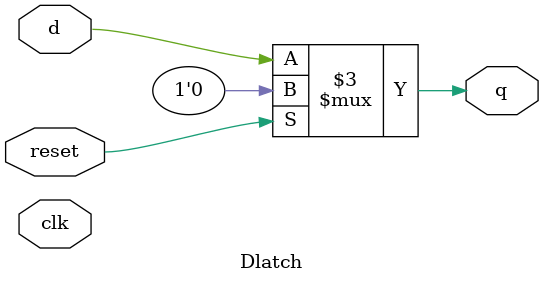
<source format=v>
`timescale 1ns / 1ps


module Dlatch(
    input d, clk, reset,
    output reg q
);
    always@( clk)
    begin 
        if (reset)
            q <= 1'b0;
        else
            q <= d;
    end
endmodule

</source>
